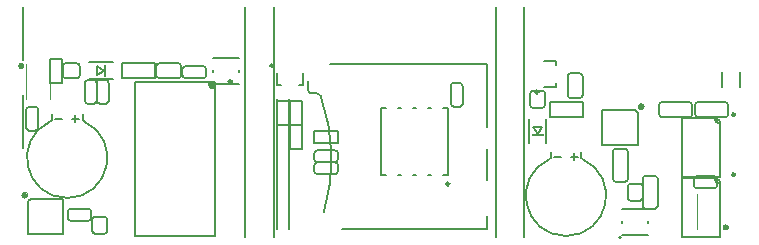
<source format=gbo>
G04*
G04 #@! TF.GenerationSoftware,Altium Limited,Altium Designer,19.1.5 (86)*
G04*
G04 Layer_Color=32896*
%FSLAX25Y25*%
%MOIN*%
G70*
G01*
G75*
%ADD12C,0.00500*%
%ADD46C,0.00600*%
%ADD48C,0.00800*%
%ADD50C,0.00787*%
%ADD78C,0.00799*%
%ADD79C,0.00984*%
%ADD80C,0.00031*%
%ADD81C,0.00400*%
%ADD82R,0.00787X0.03937*%
%ADD83R,0.03937X0.00787*%
G36*
X29581Y62866D02*
X29862Y62585D01*
X30014Y62217D01*
Y62018D01*
Y61819D01*
X29862Y61452D01*
X29581Y61170D01*
X29213Y61018D01*
X28815D01*
X28448Y61170D01*
X28166Y61452D01*
X28014Y61819D01*
Y62018D01*
Y62217D01*
X28166Y62585D01*
X28448Y62866D01*
X28815Y63018D01*
X29213D01*
X29581Y62866D01*
D02*
G37*
G36*
X93625Y54522D02*
X92837D01*
X91656Y55703D01*
Y56491D01*
X93625D01*
Y54522D01*
D02*
G37*
G36*
X236259Y49248D02*
X236541Y48966D01*
X236693Y48599D01*
Y48400D01*
Y48201D01*
X236541Y47833D01*
X236259Y47552D01*
X235892Y47400D01*
X235494D01*
X235126Y47552D01*
X234845Y47833D01*
X234693Y48201D01*
Y48400D01*
Y48599D01*
X234845Y48966D01*
X235126Y49248D01*
X235494Y49400D01*
X235892D01*
X236259Y49248D01*
D02*
G37*
G36*
X261992Y42774D02*
X261601D01*
X260877Y43074D01*
X260323Y43627D01*
X260024Y44351D01*
Y44743D01*
X260811D01*
X261992Y42774D01*
D02*
G37*
G36*
Y22774D02*
X261601D01*
X260877Y23074D01*
X260323Y23627D01*
X260024Y24351D01*
Y24743D01*
X260811D01*
X261992Y22774D01*
D02*
G37*
G36*
X30805Y19748D02*
X31086Y19466D01*
X31239Y19099D01*
Y18900D01*
Y18701D01*
X31086Y18334D01*
X30805Y18052D01*
X30437Y17900D01*
X30040D01*
X29672Y18052D01*
X29391Y18334D01*
X29239Y18701D01*
Y18900D01*
Y19099D01*
X29391Y19466D01*
X29672Y19748D01*
X30040Y19900D01*
X30437D01*
X30805Y19748D01*
D02*
G37*
G36*
X264484Y9130D02*
X264765Y8848D01*
X264917Y8481D01*
Y8282D01*
Y8083D01*
X264765Y7715D01*
X264484Y7434D01*
X264116Y7282D01*
X263718D01*
X263351Y7434D01*
X263070Y7715D01*
X262917Y8083D01*
Y8282D01*
Y8481D01*
X263070Y8848D01*
X263351Y9130D01*
X263718Y9282D01*
X264116D01*
X264484Y9130D01*
D02*
G37*
D12*
X175200Y48463D02*
G03*
X176184Y49447I0J984D01*
G01*
Y55353D02*
G03*
X175200Y56337I-984J0D01*
G01*
X173231D02*
G03*
X172247Y55353I0J-984D01*
G01*
Y49447D02*
G03*
X173231Y48463I984J0D01*
G01*
X134653Y32884D02*
G03*
X133668Y33868I-984J0D01*
G01*
X127763D02*
G03*
X126779Y32884I0J-984D01*
G01*
Y30916D02*
G03*
X127763Y29931I984J0D01*
G01*
X133668D02*
G03*
X134653Y30916I0J984D01*
G01*
Y28884D02*
G03*
X133668Y29868I-984J0D01*
G01*
X127763D02*
G03*
X126779Y28884I0J-984D01*
G01*
Y26916D02*
G03*
X127763Y25931I984J0D01*
G01*
X133668D02*
G03*
X134653Y26916I0J984D01*
G01*
Y36431D02*
Y40368D01*
X126779Y36431D02*
X134653D01*
X126779D02*
Y40368D01*
X134653D01*
X114247Y50337D02*
X118184D01*
Y42463D02*
Y50337D01*
X114247Y42463D02*
X118184D01*
X114247D02*
Y50337D01*
X173231Y56337D02*
X175200D01*
X176184Y49447D02*
Y55353D01*
X173231Y48463D02*
X175200D01*
X172247Y49447D02*
Y55353D01*
X118747Y34463D02*
X122684D01*
X118747D02*
Y42337D01*
X122684D01*
Y34463D02*
Y42337D01*
X118747Y50337D02*
X122684D01*
Y42463D02*
Y50337D01*
X118747Y42463D02*
X122684D01*
X118747D02*
Y50337D01*
X126779Y30916D02*
Y32884D01*
X127763Y33868D02*
X133668D01*
X134653Y30916D02*
Y32884D01*
X127763Y29931D02*
X133668D01*
X126779Y26916D02*
Y28884D01*
X127763Y29868D02*
X133668D01*
X134653Y26916D02*
Y28884D01*
X127763Y25931D02*
X133668D01*
X56739Y6050D02*
G03*
X57739Y7050I0J1000D01*
G01*
X52739D02*
G03*
X53739Y6050I1000J0D01*
G01*
Y11750D02*
G03*
X52739Y10750I0J-1000D01*
G01*
X57739D02*
G03*
X56739Y11750I-1000J0D01*
G01*
X92396Y55282D02*
G03*
X92396Y55282I-276J0D01*
G01*
X90676Y60884D02*
G03*
X89691Y61869I-984J0D01*
G01*
X83786D02*
G03*
X82802Y60884I0J-984D01*
G01*
Y58916D02*
G03*
X83786Y57932I984J0D01*
G01*
X89691D02*
G03*
X90676Y58916I0J984D01*
G01*
X53223Y49413D02*
G03*
X54207Y50397I0J984D01*
G01*
Y56303D02*
G03*
X53223Y57287I-984J0D01*
G01*
X51254D02*
G03*
X50270Y56303I0J-984D01*
G01*
Y50397D02*
G03*
X51254Y49413I984J0D01*
G01*
X57223Y49463D02*
G03*
X58207Y50447I0J984D01*
G01*
Y56353D02*
G03*
X57223Y57337I-984J0D01*
G01*
X55254D02*
G03*
X54270Y56353I0J-984D01*
G01*
Y50447D02*
G03*
X55254Y49463I984J0D01*
G01*
X52403Y13329D02*
G03*
X51418Y14313I-984J0D01*
G01*
X45513D02*
G03*
X44529Y13329I0J-984D01*
G01*
Y11361D02*
G03*
X45513Y10376I984J0D01*
G01*
X51418D02*
G03*
X52403Y11361I0J984D01*
G01*
X33723Y40463D02*
G03*
X34707Y41447I0J984D01*
G01*
Y47353D02*
G03*
X33723Y48337I-984J0D01*
G01*
X31754D02*
G03*
X30770Y47353I0J-984D01*
G01*
Y41447D02*
G03*
X31754Y40463I984J0D01*
G01*
X48589Y61900D02*
G03*
X47589Y62900I-1000J0D01*
G01*
Y57900D02*
G03*
X48589Y58900I0J1000D01*
G01*
X42889D02*
G03*
X43889Y57900I1000J0D01*
G01*
Y62900D02*
G03*
X42889Y61900I0J-1000D01*
G01*
X75089Y62900D02*
G03*
X74089Y61900I0J-1000D01*
G01*
Y58900D02*
G03*
X75089Y57900I1000J0D01*
G01*
X81389D02*
G03*
X82389Y58900I0J1000D01*
G01*
Y61900D02*
G03*
X81389Y62900I-1000J0D01*
G01*
X57739Y7050D02*
Y10750D01*
X53739Y6050D02*
X56739D01*
X52739Y7050D02*
Y10750D01*
X53739Y11750D02*
X56739D01*
X92908Y64731D02*
X101569D01*
X92908Y56069D02*
X101569D01*
Y60006D02*
Y60794D01*
X92908Y60006D02*
Y60794D01*
X38770Y56463D02*
X42707D01*
X38770D02*
Y64337D01*
X42707D01*
Y56463D02*
Y64337D01*
X82802Y58916D02*
Y60884D01*
X83786Y61869D02*
X89691D01*
X90676Y58916D02*
Y60884D01*
X83786Y57932D02*
X89691D01*
X51254Y57287D02*
X53223D01*
X54207Y50397D02*
Y56303D01*
X51254Y49413D02*
X53223D01*
X50270Y50397D02*
Y56303D01*
X55254Y57337D02*
X57223D01*
X58207Y50447D02*
Y56353D01*
X55254Y49463D02*
X57223D01*
X54270Y50447D02*
Y56353D01*
X44529Y11361D02*
Y13329D01*
X45513Y14313D02*
X51418D01*
X52403Y11361D02*
Y13329D01*
X45513Y10376D02*
X51418D01*
X31754Y48337D02*
X33723D01*
X34707Y41447D02*
Y47353D01*
X31754Y40463D02*
X33723D01*
X30770Y41447D02*
Y47353D01*
X40438Y44367D02*
X42800Y44367D01*
X45950D02*
X48312D01*
X47131Y43186D02*
X47131Y45548D01*
X43889Y62900D02*
X47589D01*
X48589Y58900D02*
Y61900D01*
X43889Y57900D02*
X47589D01*
X42889Y58900D02*
Y61900D01*
X43144Y5994D02*
Y17806D01*
X31333Y5994D02*
X43144D01*
X31333D02*
Y16813D01*
X32325Y17806D01*
X43144D01*
X74089Y58900D02*
Y61900D01*
X75089Y57900D02*
X81389D01*
X82389Y58900D02*
Y61900D01*
X75089Y62900D02*
X81389D01*
X62739Y57900D02*
X73739D01*
Y62900D01*
X62739D02*
X73739D01*
X62739Y57900D02*
Y62900D01*
X253272Y22270D02*
G03*
X254256Y21286I984J0D01*
G01*
X260161D02*
G03*
X261146Y22270I0J984D01*
G01*
Y24238D02*
G03*
X260161Y25223I-984J0D01*
G01*
X254256D02*
G03*
X253272Y24238I0J-984D01*
G01*
X232193Y22750D02*
G03*
X231193Y21750I0J-1000D01*
G01*
X236193D02*
G03*
X235193Y22750I-1000J0D01*
G01*
Y17050D02*
G03*
X236193Y18050I0J1000D01*
G01*
X231193D02*
G03*
X232193Y17050I1000J0D01*
G01*
X236193Y15400D02*
G03*
X237193Y14400I1000J0D01*
G01*
X240193D02*
G03*
X241193Y15400I0J1000D01*
G01*
Y24400D02*
G03*
X240193Y25400I-1000J0D01*
G01*
X237193D02*
G03*
X236193Y24400I0J-1000D01*
G01*
X251693Y44900D02*
G03*
X252693Y45900I0J1000D01*
G01*
Y48900D02*
G03*
X251693Y49900I-1000J0D01*
G01*
X242693D02*
G03*
X241693Y48900I0J-1000D01*
G01*
Y45900D02*
G03*
X242693Y44900I1000J0D01*
G01*
X226265Y24400D02*
G03*
X227265Y23400I1000J0D01*
G01*
X230265D02*
G03*
X231265Y24400I0J1000D01*
G01*
Y33400D02*
G03*
X230265Y34400I-1000J0D01*
G01*
X227265D02*
G03*
X226265Y33400I0J-1000D01*
G01*
X263693Y44900D02*
G03*
X264693Y45900I0J1000D01*
G01*
Y48900D02*
G03*
X263693Y49900I-1000J0D01*
G01*
X254693D02*
G03*
X253693Y48900I0J-1000D01*
G01*
Y45900D02*
G03*
X254693Y44900I1000J0D01*
G01*
X228850Y4782D02*
G03*
X228850Y4782I-276J0D01*
G01*
X211193Y52250D02*
G03*
X212193Y51250I1000J0D01*
G01*
X215193D02*
G03*
X216193Y52250I0J1000D01*
G01*
Y58550D02*
G03*
X215193Y59550I-1000J0D01*
G01*
X212193D02*
G03*
X211193Y58550I0J-1000D01*
G01*
X203693Y52750D02*
G03*
X202693Y53750I-1000J0D01*
G01*
X199693D02*
G03*
X198693Y52750I0J-1000D01*
G01*
Y49050D02*
G03*
X199693Y48050I1000J0D01*
G01*
X202693D02*
G03*
X203693Y49050I0J1000D01*
G01*
X261146Y22270D02*
Y24238D01*
X254256Y21286D02*
X260161D01*
X253272Y22270D02*
Y24238D01*
X254256Y25223D02*
X260161D01*
X231193Y18050D02*
Y21750D01*
X232193Y22750D02*
X235193D01*
X236193Y18050D02*
Y21750D01*
X232193Y17050D02*
X235193D01*
X236193Y15400D02*
Y24400D01*
X237193Y14400D02*
X240193D01*
X241193Y15400D02*
Y24400D01*
X237193Y25400D02*
X240193D01*
X242693Y44900D02*
X251693D01*
X252693Y45900D02*
Y48900D01*
X242693Y49900D02*
X251693D01*
X241693Y45900D02*
Y48900D01*
X226265Y24400D02*
Y33400D01*
X227265Y23400D02*
X230265D01*
X231265Y24400D02*
Y33400D01*
X227265Y34400D02*
X230265D01*
X254693Y44900D02*
X263693D01*
X264693Y45900D02*
Y48900D01*
X254693Y49900D02*
X263693D01*
X253693Y45900D02*
Y48900D01*
X205193Y44900D02*
X216193D01*
Y49900D01*
X205193D02*
X216193D01*
X205193Y44900D02*
Y49900D01*
X229362Y9506D02*
Y10294D01*
X238024Y9506D02*
Y10294D01*
X229362Y5569D02*
X238024D01*
X229362Y14231D02*
X238024D01*
X212193Y51250D02*
X215193D01*
X216193Y52250D02*
Y58550D01*
X212193Y59550D02*
X215193D01*
X211193Y52250D02*
Y58550D01*
X213402Y30526D02*
X213402Y32888D01*
X212221Y31707D02*
X214583D01*
X206709Y31707D02*
X209071Y31707D01*
X199693Y53750D02*
X202693D01*
X198693Y49050D02*
Y52750D01*
X199693Y48050D02*
X202693D01*
X203693Y49050D02*
Y52750D01*
X234598Y35495D02*
Y46313D01*
X233606Y47306D02*
X234598Y46313D01*
X222787Y47306D02*
X233606D01*
X222787Y35495D02*
Y47306D01*
Y35495D02*
X234598D01*
D46*
X29700Y64068D02*
Y81784D01*
X29700Y34534D02*
Y52250D01*
X196654Y5000D02*
Y81784D01*
X187254Y5000D02*
Y81784D01*
X113177Y5000D02*
Y81784D01*
X103777Y5000D02*
Y81784D01*
X164740Y48000D02*
X165692D01*
X159740D02*
X160692D01*
X154740D02*
X155692D01*
X149116Y25800D02*
X150692D01*
X154740D02*
X155692D01*
X159740D02*
X160692D01*
X164740D02*
X165692D01*
X169740D02*
X171316D01*
Y48000D01*
X149116D02*
X150692D01*
X149116Y25800D02*
Y48000D01*
X169740D02*
X171316D01*
X262740Y54841D02*
Y59959D01*
X268646Y54841D02*
Y59959D01*
D48*
X54361Y58825D02*
X56723Y60400D01*
X54361Y58825D02*
Y61975D01*
X56723Y60400D01*
X51802Y57644D02*
X59676D01*
X51802Y63156D02*
X59676D01*
X199618Y41778D02*
X201193Y39416D01*
X199618Y41778D02*
X202768D01*
X201193Y39416D02*
X202768Y41778D01*
X198437Y36463D02*
Y44337D01*
X203949Y36463D02*
Y44337D01*
D50*
X114385Y55742D02*
Y59679D01*
Y55742D02*
X115763D01*
X123047D02*
Y59679D01*
X121669Y55742D02*
X123047D01*
X38866Y43575D02*
G03*
X49885Y43575I5509J-12200D01*
G01*
X91656Y55703D02*
G03*
X92837Y54522I1181J0D01*
G01*
X49493Y43973D02*
X49887Y43580D01*
X38863Y43580D02*
X39257Y43973D01*
X39257Y45942D02*
X39257Y43973D01*
X49493D02*
X49493Y45942D01*
X91656Y55703D02*
Y56491D01*
X92837Y54522D02*
X93625D01*
X66853Y5310D02*
X93625D01*
X66853Y56491D02*
X93625D01*
X66853Y5310D02*
Y56491D01*
X93625Y5310D02*
Y56491D01*
X260024Y44743D02*
G03*
X261992Y42774I1969J0D01*
G01*
X260024Y24743D02*
G03*
X261992Y22774I1969J0D01*
G01*
X205136Y30914D02*
G03*
X216155Y30914I5509J-12200D01*
G01*
X203413Y55069D02*
X207350D01*
Y56447D01*
X203413Y63731D02*
X207350D01*
Y62353D02*
Y63731D01*
X261992Y25057D02*
Y43561D01*
X260811Y44743D02*
X261992Y43561D01*
X249394Y44743D02*
X260811D01*
X249394Y25057D02*
Y44743D01*
Y25057D02*
X261992D01*
Y5057D02*
Y23561D01*
X260811Y24743D02*
X261992Y23561D01*
X249394Y24743D02*
X260811D01*
X249394Y5057D02*
Y24743D01*
Y5057D02*
X261992D01*
X215764Y31313D02*
Y33282D01*
X205528Y33282D02*
X205528Y31313D01*
X205134Y30920D02*
X205528Y31313D01*
X215764D02*
X216158Y30920D01*
D78*
X128852Y52026D02*
G03*
X127740Y52809I-1112J-397D01*
G01*
X129925Y13179D02*
G03*
X128852Y52026I-60025J17780D01*
G01*
X124629Y53991D02*
G03*
X125810Y52809I1181J0D01*
G01*
Y52809D02*
X127740D01*
X124629Y53991D02*
Y57140D01*
X103527Y7534D02*
Y50841D01*
X114196Y7534D02*
Y50841D01*
X184472Y7534D02*
Y11864D01*
Y24069D02*
Y34306D01*
Y41786D02*
Y62652D01*
X118330Y7534D02*
Y50841D01*
X136047Y7534D02*
X184472D01*
X132109Y62652D02*
X184472D01*
D79*
X171751Y22700D02*
G03*
X171751Y22700I-492J0D01*
G01*
X113105Y62140D02*
G03*
X113105Y62140I-492J0D01*
G01*
X99235Y56747D02*
G03*
X99235Y56747I-492J0D01*
G01*
X201445Y53298D02*
G03*
X201445Y53298I-492J0D01*
G01*
X266913Y45746D02*
G03*
X266913Y45746I-492J0D01*
G01*
Y25746D02*
G03*
X266913Y25746I-492J0D01*
G01*
D80*
X31239Y18900D02*
G03*
X31239Y18900I-1000J0D01*
G01*
X236693Y48400D02*
G03*
X236693Y48400I-1000J0D01*
G01*
D81*
X30802Y50994D02*
Y62805D01*
X38676Y50994D02*
Y62805D01*
X254256Y7495D02*
Y19306D01*
X262130Y7495D02*
Y19306D01*
D82*
X57117Y60400D02*
D03*
D83*
X201193Y39022D02*
D03*
M02*

</source>
